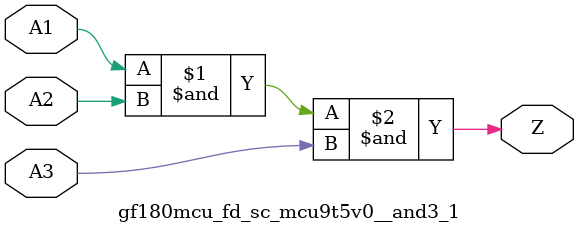
<source format=v>

module gf180mcu_fd_sc_mcu9t5v0__and3_1( A1, A3, A2, Z );
input A1, A2, A3;
output Z;

	and MGM_BG_0( Z, A1, A2, A3 );

endmodule

</source>
